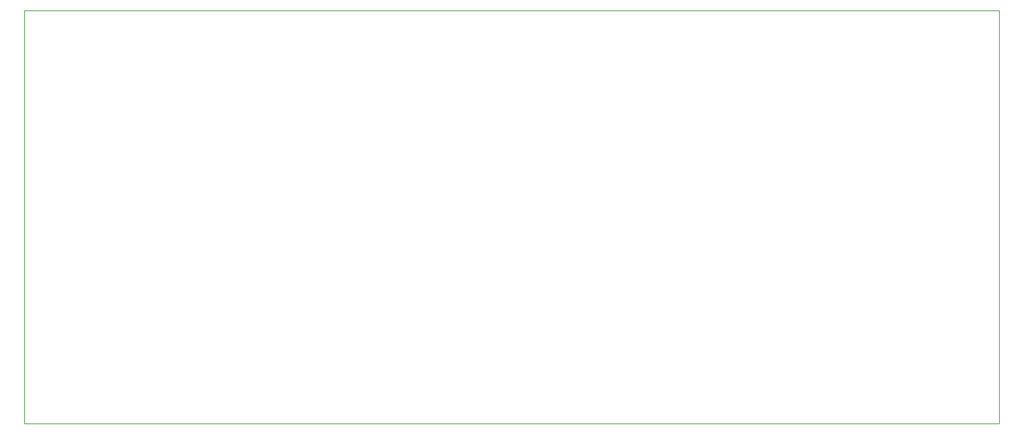
<source format=gbr>
%TF.GenerationSoftware,KiCad,Pcbnew,8.0.2*%
%TF.CreationDate,2025-02-07T22:28:49+01:00*%
%TF.ProjectId,propeller-vga,70726f70-656c-46c6-9572-2d7667612e6b,rev?*%
%TF.SameCoordinates,Original*%
%TF.FileFunction,Profile,NP*%
%FSLAX46Y46*%
G04 Gerber Fmt 4.6, Leading zero omitted, Abs format (unit mm)*
G04 Created by KiCad (PCBNEW 8.0.2) date 2025-02-07 22:28:49*
%MOMM*%
%LPD*%
G01*
G04 APERTURE LIST*
%TA.AperFunction,Profile*%
%ADD10C,0.050000*%
%TD*%
G04 APERTURE END LIST*
D10*
X105410000Y-40640000D02*
X231140000Y-40640000D01*
X231140000Y-93980000D01*
X105410000Y-93980000D01*
X105410000Y-40640000D01*
M02*

</source>
